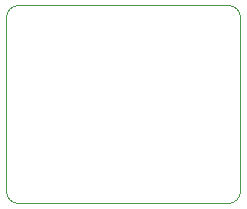
<source format=gm1>
%TF.GenerationSoftware,KiCad,Pcbnew,5.1.5+dfsg1-2build2*%
%TF.CreationDate,2021-05-01T03:04:30+02:00*%
%TF.ProjectId,myocular0.5.1d,6d796f63-756c-4617-9230-2e352e31642e,rev?*%
%TF.SameCoordinates,Original*%
%TF.FileFunction,Profile,NP*%
%FSLAX46Y46*%
G04 Gerber Fmt 4.6, Leading zero omitted, Abs format (unit mm)*
G04 Created by KiCad (PCBNEW 5.1.5+dfsg1-2build2) date 2021-05-01 03:04:30*
%MOMM*%
%LPD*%
G04 APERTURE LIST*
%ADD10C,0.100000*%
G04 APERTURE END LIST*
D10*
X38608000Y-34036000D02*
G75*
G02X37592000Y-35052000I-1016000J0D01*
G01*
X19812000Y-35052000D02*
G75*
G02X18796000Y-34036000I0J1016000D01*
G01*
X18796000Y-19304000D02*
G75*
G02X19812000Y-18288000I1016000J0D01*
G01*
X37592000Y-18288000D02*
G75*
G02X38608000Y-19304000I0J-1016000D01*
G01*
X38608000Y-19304000D02*
X38608000Y-34036000D01*
X19812000Y-18288000D02*
X37592000Y-18288000D01*
X18796000Y-34036000D02*
X18796000Y-19304000D01*
X37592000Y-35052000D02*
X19812000Y-35052000D01*
M02*

</source>
